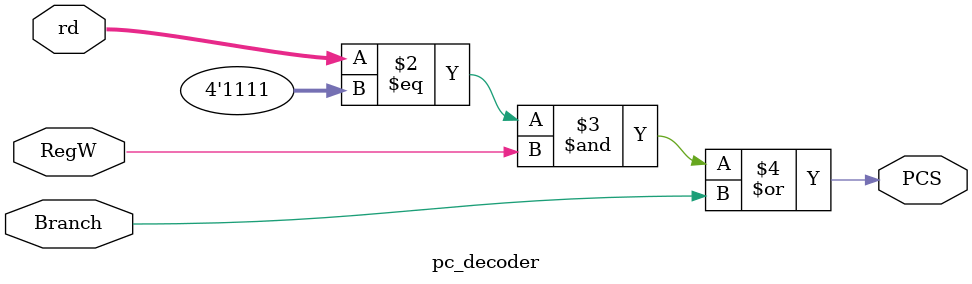
<source format=v>
`timescale 1ns / 1ps
module pc_decoder(
		input [3:0] rd,
		input RegW,
		input Branch,
		output reg PCS
    );
	 
	 always@ *
		begin
			PCS = ((rd==15)&RegW)| Branch;
		end


endmodule

</source>
